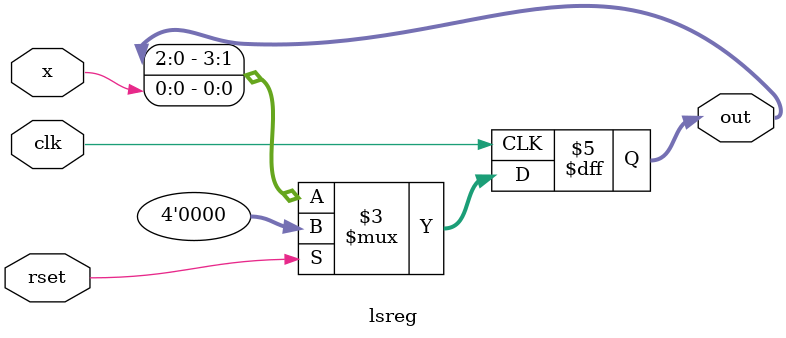
<source format=v>
module lsreg (clk,rset,x,out);
    input wire clk;
    input wire rset;
    input wire x;
    output reg [3:0] out;
    
    always @(posedge clk) begin
        if (rset) begin
            out<= 4'b0000;
        end 
        else begin
             out<= 4'b0001;
            out<= {out[2:0], x};
        end
    end

endmodule
</source>
